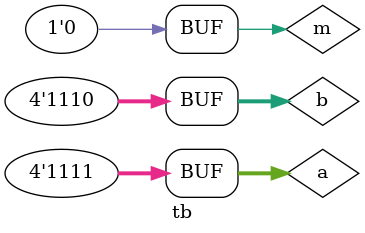
<source format=v>
`timescale 1ns / 1ps


module tb;

	// Inputs
	reg [3:0] a;
	reg [3:0] b;
	reg m;

	// Outputs
	wire [3:0] r;
	wire cout;

	// Instantiate the Unit Under Test (UUT)
	adder_subtractor_combined uut (
		.a(a), 
		.b(b), 
		.m(m), 
		.r(r), 
		.cout(cout)
	);

	initial begin
		// Initialize Inputs
		a = 4'b1001;
		b = 4'b1000;
		m = 1;

		// Wait 100 ns for global reset to finish
		#100;
        
		// Add stimulus here
		a = 4'b1010;
		b = 4'b1000;
		m = 1;
		
		#100;
		
		a = 4'b1001;
		b = 4'b1010;
		m = 1;

		
		
		#100;
		
		a = 4'b1111;
		b = 4'b1110;
		m = 0;

	end
      
endmodule


</source>
